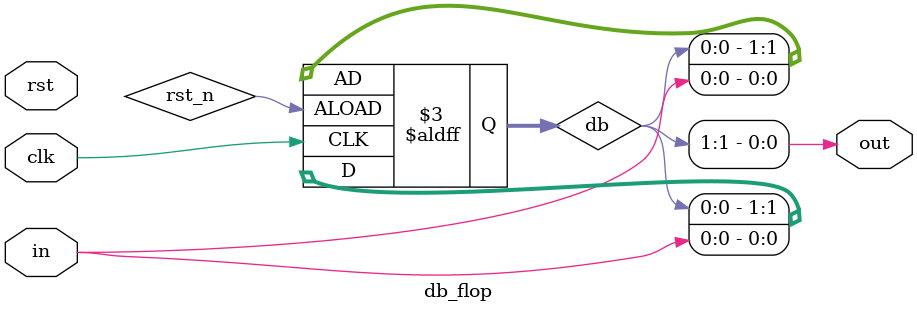
<source format=v>
module db_flop(
    input clk,
    input rst,
    input in,
    output out
);
reg [1:0]db;

always@(posedge clk or negedge rst_n)
    if(!rst_n) begin
        db[0]<=in;
        db[1]<=db[0];
    end else begin
        db[0]<=in;
        db[1]<=db[0];
    end

assign out=db[1];

endmodule

</source>
